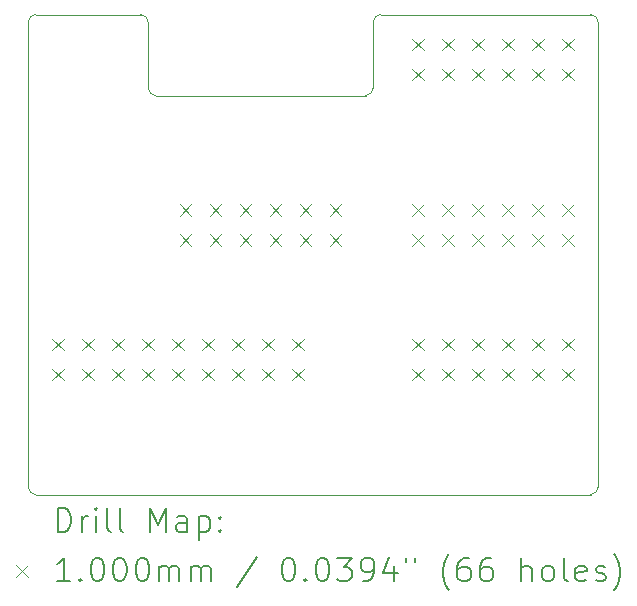
<source format=gbr>
%TF.GenerationSoftware,KiCad,Pcbnew,6.0.9-8da3e8f707~116~ubuntu20.04.1*%
%TF.CreationDate,2022-12-23T11:27:02+01:00*%
%TF.ProjectId,z_pmod,7a5f706d-6f64-42e6-9b69-6361645f7063,rev?*%
%TF.SameCoordinates,Original*%
%TF.FileFunction,Drillmap*%
%TF.FilePolarity,Positive*%
%FSLAX45Y45*%
G04 Gerber Fmt 4.5, Leading zero omitted, Abs format (unit mm)*
G04 Created by KiCad (PCBNEW 6.0.9-8da3e8f707~116~ubuntu20.04.1) date 2022-12-23 11:27:02*
%MOMM*%
%LPD*%
G01*
G04 APERTURE LIST*
%ADD10C,0.100000*%
%ADD11C,0.200000*%
G04 APERTURE END LIST*
D10*
X15938500Y-10922000D02*
G75*
G03*
X16002000Y-10858500I0J63500D01*
G01*
X12192000Y-6921500D02*
G75*
G03*
X12128500Y-6858000I-63500J0D01*
G01*
X14160500Y-6858000D02*
G75*
G03*
X14097000Y-6921500I0J-63500D01*
G01*
X11176000Y-6921500D02*
X11176000Y-10858500D01*
X14097000Y-6921500D02*
X14097000Y-7480300D01*
X15938500Y-6858000D02*
X14160500Y-6858000D01*
X11176000Y-10858500D02*
G75*
G03*
X11239500Y-10922000I63500J0D01*
G01*
X11239500Y-6858000D02*
G75*
G03*
X11176000Y-6921500I0J-63500D01*
G01*
X12192000Y-7480300D02*
X12192000Y-6921500D01*
X14033500Y-7543800D02*
G75*
G03*
X14097000Y-7480300I0J63500D01*
G01*
X16002000Y-10858500D02*
X16002000Y-6921500D01*
X12128500Y-6858000D02*
X11239500Y-6858000D01*
X16002000Y-6921500D02*
G75*
G03*
X15938500Y-6858000I-63500J0D01*
G01*
X12192000Y-7480300D02*
G75*
G03*
X12255500Y-7543800I63500J0D01*
G01*
X14033500Y-7543800D02*
X12255500Y-7543800D01*
X11239500Y-10922000D02*
X15938500Y-10922000D01*
D11*
D10*
X11380000Y-9602000D02*
X11480000Y-9702000D01*
X11480000Y-9602000D02*
X11380000Y-9702000D01*
X11380000Y-9856000D02*
X11480000Y-9956000D01*
X11480000Y-9856000D02*
X11380000Y-9956000D01*
X11634000Y-9602000D02*
X11734000Y-9702000D01*
X11734000Y-9602000D02*
X11634000Y-9702000D01*
X11634000Y-9856000D02*
X11734000Y-9956000D01*
X11734000Y-9856000D02*
X11634000Y-9956000D01*
X11888000Y-9602000D02*
X11988000Y-9702000D01*
X11988000Y-9602000D02*
X11888000Y-9702000D01*
X11888000Y-9856000D02*
X11988000Y-9956000D01*
X11988000Y-9856000D02*
X11888000Y-9956000D01*
X12142000Y-9602000D02*
X12242000Y-9702000D01*
X12242000Y-9602000D02*
X12142000Y-9702000D01*
X12142000Y-9856000D02*
X12242000Y-9956000D01*
X12242000Y-9856000D02*
X12142000Y-9956000D01*
X12396000Y-9602000D02*
X12496000Y-9702000D01*
X12496000Y-9602000D02*
X12396000Y-9702000D01*
X12396000Y-9856000D02*
X12496000Y-9956000D01*
X12496000Y-9856000D02*
X12396000Y-9956000D01*
X12458000Y-8466000D02*
X12558000Y-8566000D01*
X12558000Y-8466000D02*
X12458000Y-8566000D01*
X12458000Y-8720000D02*
X12558000Y-8820000D01*
X12558000Y-8720000D02*
X12458000Y-8820000D01*
X12650000Y-9602000D02*
X12750000Y-9702000D01*
X12750000Y-9602000D02*
X12650000Y-9702000D01*
X12650000Y-9856000D02*
X12750000Y-9956000D01*
X12750000Y-9856000D02*
X12650000Y-9956000D01*
X12712000Y-8466000D02*
X12812000Y-8566000D01*
X12812000Y-8466000D02*
X12712000Y-8566000D01*
X12712000Y-8720000D02*
X12812000Y-8820000D01*
X12812000Y-8720000D02*
X12712000Y-8820000D01*
X12904000Y-9602000D02*
X13004000Y-9702000D01*
X13004000Y-9602000D02*
X12904000Y-9702000D01*
X12904000Y-9856000D02*
X13004000Y-9956000D01*
X13004000Y-9856000D02*
X12904000Y-9956000D01*
X12966000Y-8466000D02*
X13066000Y-8566000D01*
X13066000Y-8466000D02*
X12966000Y-8566000D01*
X12966000Y-8720000D02*
X13066000Y-8820000D01*
X13066000Y-8720000D02*
X12966000Y-8820000D01*
X13158000Y-9602000D02*
X13258000Y-9702000D01*
X13258000Y-9602000D02*
X13158000Y-9702000D01*
X13158000Y-9856000D02*
X13258000Y-9956000D01*
X13258000Y-9856000D02*
X13158000Y-9956000D01*
X13220000Y-8466000D02*
X13320000Y-8566000D01*
X13320000Y-8466000D02*
X13220000Y-8566000D01*
X13220000Y-8720000D02*
X13320000Y-8820000D01*
X13320000Y-8720000D02*
X13220000Y-8820000D01*
X13412000Y-9602000D02*
X13512000Y-9702000D01*
X13512000Y-9602000D02*
X13412000Y-9702000D01*
X13412000Y-9856000D02*
X13512000Y-9956000D01*
X13512000Y-9856000D02*
X13412000Y-9956000D01*
X13474000Y-8466000D02*
X13574000Y-8566000D01*
X13574000Y-8466000D02*
X13474000Y-8566000D01*
X13474000Y-8720000D02*
X13574000Y-8820000D01*
X13574000Y-8720000D02*
X13474000Y-8820000D01*
X13728000Y-8466000D02*
X13828000Y-8566000D01*
X13828000Y-8466000D02*
X13728000Y-8566000D01*
X13728000Y-8720000D02*
X13828000Y-8820000D01*
X13828000Y-8720000D02*
X13728000Y-8820000D01*
X14428000Y-7062000D02*
X14528000Y-7162000D01*
X14528000Y-7062000D02*
X14428000Y-7162000D01*
X14428000Y-7316000D02*
X14528000Y-7416000D01*
X14528000Y-7316000D02*
X14428000Y-7416000D01*
X14428000Y-8466000D02*
X14528000Y-8566000D01*
X14528000Y-8466000D02*
X14428000Y-8566000D01*
X14428000Y-8720000D02*
X14528000Y-8820000D01*
X14528000Y-8720000D02*
X14428000Y-8820000D01*
X14428000Y-9602000D02*
X14528000Y-9702000D01*
X14528000Y-9602000D02*
X14428000Y-9702000D01*
X14428000Y-9856000D02*
X14528000Y-9956000D01*
X14528000Y-9856000D02*
X14428000Y-9956000D01*
X14682000Y-7062000D02*
X14782000Y-7162000D01*
X14782000Y-7062000D02*
X14682000Y-7162000D01*
X14682000Y-7316000D02*
X14782000Y-7416000D01*
X14782000Y-7316000D02*
X14682000Y-7416000D01*
X14682000Y-8466000D02*
X14782000Y-8566000D01*
X14782000Y-8466000D02*
X14682000Y-8566000D01*
X14682000Y-8720000D02*
X14782000Y-8820000D01*
X14782000Y-8720000D02*
X14682000Y-8820000D01*
X14682000Y-9602000D02*
X14782000Y-9702000D01*
X14782000Y-9602000D02*
X14682000Y-9702000D01*
X14682000Y-9856000D02*
X14782000Y-9956000D01*
X14782000Y-9856000D02*
X14682000Y-9956000D01*
X14936000Y-7062000D02*
X15036000Y-7162000D01*
X15036000Y-7062000D02*
X14936000Y-7162000D01*
X14936000Y-7316000D02*
X15036000Y-7416000D01*
X15036000Y-7316000D02*
X14936000Y-7416000D01*
X14936000Y-8466000D02*
X15036000Y-8566000D01*
X15036000Y-8466000D02*
X14936000Y-8566000D01*
X14936000Y-8720000D02*
X15036000Y-8820000D01*
X15036000Y-8720000D02*
X14936000Y-8820000D01*
X14936000Y-9602000D02*
X15036000Y-9702000D01*
X15036000Y-9602000D02*
X14936000Y-9702000D01*
X14936000Y-9856000D02*
X15036000Y-9956000D01*
X15036000Y-9856000D02*
X14936000Y-9956000D01*
X15190000Y-7062000D02*
X15290000Y-7162000D01*
X15290000Y-7062000D02*
X15190000Y-7162000D01*
X15190000Y-7316000D02*
X15290000Y-7416000D01*
X15290000Y-7316000D02*
X15190000Y-7416000D01*
X15190000Y-8466000D02*
X15290000Y-8566000D01*
X15290000Y-8466000D02*
X15190000Y-8566000D01*
X15190000Y-8720000D02*
X15290000Y-8820000D01*
X15290000Y-8720000D02*
X15190000Y-8820000D01*
X15190000Y-9602000D02*
X15290000Y-9702000D01*
X15290000Y-9602000D02*
X15190000Y-9702000D01*
X15190000Y-9856000D02*
X15290000Y-9956000D01*
X15290000Y-9856000D02*
X15190000Y-9956000D01*
X15444000Y-7062000D02*
X15544000Y-7162000D01*
X15544000Y-7062000D02*
X15444000Y-7162000D01*
X15444000Y-7316000D02*
X15544000Y-7416000D01*
X15544000Y-7316000D02*
X15444000Y-7416000D01*
X15444000Y-8466000D02*
X15544000Y-8566000D01*
X15544000Y-8466000D02*
X15444000Y-8566000D01*
X15444000Y-8720000D02*
X15544000Y-8820000D01*
X15544000Y-8720000D02*
X15444000Y-8820000D01*
X15444000Y-9602000D02*
X15544000Y-9702000D01*
X15544000Y-9602000D02*
X15444000Y-9702000D01*
X15444000Y-9856000D02*
X15544000Y-9956000D01*
X15544000Y-9856000D02*
X15444000Y-9956000D01*
X15698000Y-7062000D02*
X15798000Y-7162000D01*
X15798000Y-7062000D02*
X15698000Y-7162000D01*
X15698000Y-7316000D02*
X15798000Y-7416000D01*
X15798000Y-7316000D02*
X15698000Y-7416000D01*
X15698000Y-8466000D02*
X15798000Y-8566000D01*
X15798000Y-8466000D02*
X15698000Y-8566000D01*
X15698000Y-8720000D02*
X15798000Y-8820000D01*
X15798000Y-8720000D02*
X15698000Y-8820000D01*
X15698000Y-9602000D02*
X15798000Y-9702000D01*
X15798000Y-9602000D02*
X15698000Y-9702000D01*
X15698000Y-9856000D02*
X15798000Y-9956000D01*
X15798000Y-9856000D02*
X15698000Y-9956000D01*
D11*
X11428619Y-11237476D02*
X11428619Y-11037476D01*
X11476238Y-11037476D01*
X11504809Y-11047000D01*
X11523857Y-11066048D01*
X11533381Y-11085095D01*
X11542905Y-11123190D01*
X11542905Y-11151762D01*
X11533381Y-11189857D01*
X11523857Y-11208905D01*
X11504809Y-11227952D01*
X11476238Y-11237476D01*
X11428619Y-11237476D01*
X11628619Y-11237476D02*
X11628619Y-11104143D01*
X11628619Y-11142238D02*
X11638143Y-11123190D01*
X11647667Y-11113667D01*
X11666714Y-11104143D01*
X11685762Y-11104143D01*
X11752428Y-11237476D02*
X11752428Y-11104143D01*
X11752428Y-11037476D02*
X11742905Y-11047000D01*
X11752428Y-11056524D01*
X11761952Y-11047000D01*
X11752428Y-11037476D01*
X11752428Y-11056524D01*
X11876238Y-11237476D02*
X11857190Y-11227952D01*
X11847667Y-11208905D01*
X11847667Y-11037476D01*
X11981000Y-11237476D02*
X11961952Y-11227952D01*
X11952428Y-11208905D01*
X11952428Y-11037476D01*
X12209571Y-11237476D02*
X12209571Y-11037476D01*
X12276238Y-11180333D01*
X12342905Y-11037476D01*
X12342905Y-11237476D01*
X12523857Y-11237476D02*
X12523857Y-11132714D01*
X12514333Y-11113667D01*
X12495286Y-11104143D01*
X12457190Y-11104143D01*
X12438143Y-11113667D01*
X12523857Y-11227952D02*
X12504809Y-11237476D01*
X12457190Y-11237476D01*
X12438143Y-11227952D01*
X12428619Y-11208905D01*
X12428619Y-11189857D01*
X12438143Y-11170810D01*
X12457190Y-11161286D01*
X12504809Y-11161286D01*
X12523857Y-11151762D01*
X12619095Y-11104143D02*
X12619095Y-11304143D01*
X12619095Y-11113667D02*
X12638143Y-11104143D01*
X12676238Y-11104143D01*
X12695286Y-11113667D01*
X12704809Y-11123190D01*
X12714333Y-11142238D01*
X12714333Y-11199381D01*
X12704809Y-11218428D01*
X12695286Y-11227952D01*
X12676238Y-11237476D01*
X12638143Y-11237476D01*
X12619095Y-11227952D01*
X12800048Y-11218428D02*
X12809571Y-11227952D01*
X12800048Y-11237476D01*
X12790524Y-11227952D01*
X12800048Y-11218428D01*
X12800048Y-11237476D01*
X12800048Y-11113667D02*
X12809571Y-11123190D01*
X12800048Y-11132714D01*
X12790524Y-11123190D01*
X12800048Y-11113667D01*
X12800048Y-11132714D01*
D10*
X11071000Y-11517000D02*
X11171000Y-11617000D01*
X11171000Y-11517000D02*
X11071000Y-11617000D01*
D11*
X11533381Y-11657476D02*
X11419095Y-11657476D01*
X11476238Y-11657476D02*
X11476238Y-11457476D01*
X11457190Y-11486048D01*
X11438143Y-11505095D01*
X11419095Y-11514619D01*
X11619095Y-11638428D02*
X11628619Y-11647952D01*
X11619095Y-11657476D01*
X11609571Y-11647952D01*
X11619095Y-11638428D01*
X11619095Y-11657476D01*
X11752428Y-11457476D02*
X11771476Y-11457476D01*
X11790524Y-11467000D01*
X11800048Y-11476524D01*
X11809571Y-11495571D01*
X11819095Y-11533667D01*
X11819095Y-11581286D01*
X11809571Y-11619381D01*
X11800048Y-11638428D01*
X11790524Y-11647952D01*
X11771476Y-11657476D01*
X11752428Y-11657476D01*
X11733381Y-11647952D01*
X11723857Y-11638428D01*
X11714333Y-11619381D01*
X11704809Y-11581286D01*
X11704809Y-11533667D01*
X11714333Y-11495571D01*
X11723857Y-11476524D01*
X11733381Y-11467000D01*
X11752428Y-11457476D01*
X11942905Y-11457476D02*
X11961952Y-11457476D01*
X11981000Y-11467000D01*
X11990524Y-11476524D01*
X12000048Y-11495571D01*
X12009571Y-11533667D01*
X12009571Y-11581286D01*
X12000048Y-11619381D01*
X11990524Y-11638428D01*
X11981000Y-11647952D01*
X11961952Y-11657476D01*
X11942905Y-11657476D01*
X11923857Y-11647952D01*
X11914333Y-11638428D01*
X11904809Y-11619381D01*
X11895286Y-11581286D01*
X11895286Y-11533667D01*
X11904809Y-11495571D01*
X11914333Y-11476524D01*
X11923857Y-11467000D01*
X11942905Y-11457476D01*
X12133381Y-11457476D02*
X12152428Y-11457476D01*
X12171476Y-11467000D01*
X12181000Y-11476524D01*
X12190524Y-11495571D01*
X12200048Y-11533667D01*
X12200048Y-11581286D01*
X12190524Y-11619381D01*
X12181000Y-11638428D01*
X12171476Y-11647952D01*
X12152428Y-11657476D01*
X12133381Y-11657476D01*
X12114333Y-11647952D01*
X12104809Y-11638428D01*
X12095286Y-11619381D01*
X12085762Y-11581286D01*
X12085762Y-11533667D01*
X12095286Y-11495571D01*
X12104809Y-11476524D01*
X12114333Y-11467000D01*
X12133381Y-11457476D01*
X12285762Y-11657476D02*
X12285762Y-11524143D01*
X12285762Y-11543190D02*
X12295286Y-11533667D01*
X12314333Y-11524143D01*
X12342905Y-11524143D01*
X12361952Y-11533667D01*
X12371476Y-11552714D01*
X12371476Y-11657476D01*
X12371476Y-11552714D02*
X12381000Y-11533667D01*
X12400048Y-11524143D01*
X12428619Y-11524143D01*
X12447667Y-11533667D01*
X12457190Y-11552714D01*
X12457190Y-11657476D01*
X12552428Y-11657476D02*
X12552428Y-11524143D01*
X12552428Y-11543190D02*
X12561952Y-11533667D01*
X12581000Y-11524143D01*
X12609571Y-11524143D01*
X12628619Y-11533667D01*
X12638143Y-11552714D01*
X12638143Y-11657476D01*
X12638143Y-11552714D02*
X12647667Y-11533667D01*
X12666714Y-11524143D01*
X12695286Y-11524143D01*
X12714333Y-11533667D01*
X12723857Y-11552714D01*
X12723857Y-11657476D01*
X13114333Y-11447952D02*
X12942905Y-11705095D01*
X13371476Y-11457476D02*
X13390524Y-11457476D01*
X13409571Y-11467000D01*
X13419095Y-11476524D01*
X13428619Y-11495571D01*
X13438143Y-11533667D01*
X13438143Y-11581286D01*
X13428619Y-11619381D01*
X13419095Y-11638428D01*
X13409571Y-11647952D01*
X13390524Y-11657476D01*
X13371476Y-11657476D01*
X13352428Y-11647952D01*
X13342905Y-11638428D01*
X13333381Y-11619381D01*
X13323857Y-11581286D01*
X13323857Y-11533667D01*
X13333381Y-11495571D01*
X13342905Y-11476524D01*
X13352428Y-11467000D01*
X13371476Y-11457476D01*
X13523857Y-11638428D02*
X13533381Y-11647952D01*
X13523857Y-11657476D01*
X13514333Y-11647952D01*
X13523857Y-11638428D01*
X13523857Y-11657476D01*
X13657190Y-11457476D02*
X13676238Y-11457476D01*
X13695286Y-11467000D01*
X13704809Y-11476524D01*
X13714333Y-11495571D01*
X13723857Y-11533667D01*
X13723857Y-11581286D01*
X13714333Y-11619381D01*
X13704809Y-11638428D01*
X13695286Y-11647952D01*
X13676238Y-11657476D01*
X13657190Y-11657476D01*
X13638143Y-11647952D01*
X13628619Y-11638428D01*
X13619095Y-11619381D01*
X13609571Y-11581286D01*
X13609571Y-11533667D01*
X13619095Y-11495571D01*
X13628619Y-11476524D01*
X13638143Y-11467000D01*
X13657190Y-11457476D01*
X13790524Y-11457476D02*
X13914333Y-11457476D01*
X13847667Y-11533667D01*
X13876238Y-11533667D01*
X13895286Y-11543190D01*
X13904809Y-11552714D01*
X13914333Y-11571762D01*
X13914333Y-11619381D01*
X13904809Y-11638428D01*
X13895286Y-11647952D01*
X13876238Y-11657476D01*
X13819095Y-11657476D01*
X13800048Y-11647952D01*
X13790524Y-11638428D01*
X14009571Y-11657476D02*
X14047667Y-11657476D01*
X14066714Y-11647952D01*
X14076238Y-11638428D01*
X14095286Y-11609857D01*
X14104809Y-11571762D01*
X14104809Y-11495571D01*
X14095286Y-11476524D01*
X14085762Y-11467000D01*
X14066714Y-11457476D01*
X14028619Y-11457476D01*
X14009571Y-11467000D01*
X14000048Y-11476524D01*
X13990524Y-11495571D01*
X13990524Y-11543190D01*
X14000048Y-11562238D01*
X14009571Y-11571762D01*
X14028619Y-11581286D01*
X14066714Y-11581286D01*
X14085762Y-11571762D01*
X14095286Y-11562238D01*
X14104809Y-11543190D01*
X14276238Y-11524143D02*
X14276238Y-11657476D01*
X14228619Y-11447952D02*
X14181000Y-11590809D01*
X14304809Y-11590809D01*
X14371476Y-11457476D02*
X14371476Y-11495571D01*
X14447667Y-11457476D02*
X14447667Y-11495571D01*
X14742905Y-11733667D02*
X14733381Y-11724143D01*
X14714333Y-11695571D01*
X14704809Y-11676524D01*
X14695286Y-11647952D01*
X14685762Y-11600333D01*
X14685762Y-11562238D01*
X14695286Y-11514619D01*
X14704809Y-11486048D01*
X14714333Y-11467000D01*
X14733381Y-11438428D01*
X14742905Y-11428905D01*
X14904809Y-11457476D02*
X14866714Y-11457476D01*
X14847667Y-11467000D01*
X14838143Y-11476524D01*
X14819095Y-11505095D01*
X14809571Y-11543190D01*
X14809571Y-11619381D01*
X14819095Y-11638428D01*
X14828619Y-11647952D01*
X14847667Y-11657476D01*
X14885762Y-11657476D01*
X14904809Y-11647952D01*
X14914333Y-11638428D01*
X14923857Y-11619381D01*
X14923857Y-11571762D01*
X14914333Y-11552714D01*
X14904809Y-11543190D01*
X14885762Y-11533667D01*
X14847667Y-11533667D01*
X14828619Y-11543190D01*
X14819095Y-11552714D01*
X14809571Y-11571762D01*
X15095286Y-11457476D02*
X15057190Y-11457476D01*
X15038143Y-11467000D01*
X15028619Y-11476524D01*
X15009571Y-11505095D01*
X15000048Y-11543190D01*
X15000048Y-11619381D01*
X15009571Y-11638428D01*
X15019095Y-11647952D01*
X15038143Y-11657476D01*
X15076238Y-11657476D01*
X15095286Y-11647952D01*
X15104809Y-11638428D01*
X15114333Y-11619381D01*
X15114333Y-11571762D01*
X15104809Y-11552714D01*
X15095286Y-11543190D01*
X15076238Y-11533667D01*
X15038143Y-11533667D01*
X15019095Y-11543190D01*
X15009571Y-11552714D01*
X15000048Y-11571762D01*
X15352428Y-11657476D02*
X15352428Y-11457476D01*
X15438143Y-11657476D02*
X15438143Y-11552714D01*
X15428619Y-11533667D01*
X15409571Y-11524143D01*
X15381000Y-11524143D01*
X15361952Y-11533667D01*
X15352428Y-11543190D01*
X15561952Y-11657476D02*
X15542905Y-11647952D01*
X15533381Y-11638428D01*
X15523857Y-11619381D01*
X15523857Y-11562238D01*
X15533381Y-11543190D01*
X15542905Y-11533667D01*
X15561952Y-11524143D01*
X15590524Y-11524143D01*
X15609571Y-11533667D01*
X15619095Y-11543190D01*
X15628619Y-11562238D01*
X15628619Y-11619381D01*
X15619095Y-11638428D01*
X15609571Y-11647952D01*
X15590524Y-11657476D01*
X15561952Y-11657476D01*
X15742905Y-11657476D02*
X15723857Y-11647952D01*
X15714333Y-11628905D01*
X15714333Y-11457476D01*
X15895286Y-11647952D02*
X15876238Y-11657476D01*
X15838143Y-11657476D01*
X15819095Y-11647952D01*
X15809571Y-11628905D01*
X15809571Y-11552714D01*
X15819095Y-11533667D01*
X15838143Y-11524143D01*
X15876238Y-11524143D01*
X15895286Y-11533667D01*
X15904809Y-11552714D01*
X15904809Y-11571762D01*
X15809571Y-11590809D01*
X15981000Y-11647952D02*
X16000048Y-11657476D01*
X16038143Y-11657476D01*
X16057190Y-11647952D01*
X16066714Y-11628905D01*
X16066714Y-11619381D01*
X16057190Y-11600333D01*
X16038143Y-11590809D01*
X16009571Y-11590809D01*
X15990524Y-11581286D01*
X15981000Y-11562238D01*
X15981000Y-11552714D01*
X15990524Y-11533667D01*
X16009571Y-11524143D01*
X16038143Y-11524143D01*
X16057190Y-11533667D01*
X16133381Y-11733667D02*
X16142905Y-11724143D01*
X16161952Y-11695571D01*
X16171476Y-11676524D01*
X16181000Y-11647952D01*
X16190524Y-11600333D01*
X16190524Y-11562238D01*
X16181000Y-11514619D01*
X16171476Y-11486048D01*
X16161952Y-11467000D01*
X16142905Y-11438428D01*
X16133381Y-11428905D01*
M02*

</source>
